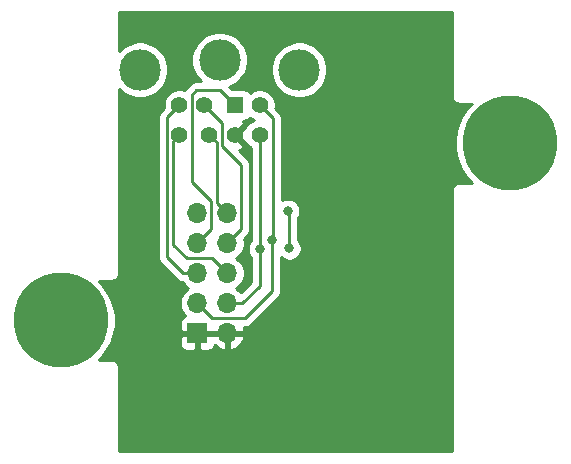
<source format=gbl>
%TF.GenerationSoftware,KiCad,Pcbnew,5.1.12-84ad8e8a86~92~ubuntu20.04.1*%
%TF.CreationDate,2021-12-07T00:05:06-06:00*%
%TF.ProjectId,portboard_mdd,706f7274-626f-4617-9264-5f726962626f,rev?*%
%TF.SameCoordinates,Original*%
%TF.FileFunction,Copper,L2,Bot*%
%TF.FilePolarity,Positive*%
%FSLAX46Y46*%
G04 Gerber Fmt 4.6, Leading zero omitted, Abs format (unit mm)*
G04 Created by KiCad (PCBNEW 5.1.12-84ad8e8a86~92~ubuntu20.04.1) date 2021-12-07 00:05:06*
%MOMM*%
%LPD*%
G01*
G04 APERTURE LIST*
%TA.AperFunction,ComponentPad*%
%ADD10C,8.000000*%
%TD*%
%TA.AperFunction,ComponentPad*%
%ADD11O,1.700000X1.700000*%
%TD*%
%TA.AperFunction,ComponentPad*%
%ADD12R,1.700000X1.700000*%
%TD*%
%TA.AperFunction,ComponentPad*%
%ADD13C,1.422400*%
%TD*%
%TA.AperFunction,ComponentPad*%
%ADD14R,1.422400X1.422400*%
%TD*%
%TA.AperFunction,ComponentPad*%
%ADD15C,3.500000*%
%TD*%
%TA.AperFunction,ViaPad*%
%ADD16C,0.800000*%
%TD*%
%TA.AperFunction,Conductor*%
%ADD17C,0.250000*%
%TD*%
%TA.AperFunction,Conductor*%
%ADD18C,0.254000*%
%TD*%
%TA.AperFunction,Conductor*%
%ADD19C,0.150000*%
%TD*%
G04 APERTURE END LIST*
D10*
%TO.P,H2,1*%
%TO.N,N/C*%
X86170300Y-32434000D03*
%TD*%
%TO.P,H1,1*%
%TO.N,N/C*%
X48141700Y-47434000D03*
%TD*%
D11*
%TO.P,J1,10*%
%TO.N,/GPi*%
X62230000Y-38354000D03*
%TO.P,J1,9*%
%TO.N,+5V*%
X59690000Y-38354000D03*
%TO.P,J1,8*%
%TO.N,/HSKi*%
X62230000Y-40894000D03*
%TO.P,J1,7*%
%TO.N,/HSKo*%
X59690000Y-40894000D03*
%TO.P,J1,6*%
%TO.N,/RXD+*%
X62230000Y-43434000D03*
%TO.P,J1,5*%
%TO.N,/RXD-*%
X59690000Y-43434000D03*
%TO.P,J1,4*%
%TO.N,/TXD+*%
X62230000Y-45974000D03*
%TO.P,J1,3*%
%TO.N,/TXD-*%
X59690000Y-45974000D03*
%TO.P,J1,2*%
%TO.N,GND*%
X62230000Y-48514000D03*
D12*
%TO.P,J1,1*%
X59690000Y-48514000D03*
%TD*%
D13*
%TO.P,J2,7*%
%TO.N,/GPi*%
X60681000Y-31700000D03*
%TO.P,J2,4*%
%TO.N,GND*%
X62881000Y-31700000D03*
%TO.P,J2,6*%
%TO.N,/TXD+*%
X64981000Y-31700000D03*
%TO.P,J2,8*%
%TO.N,/RXD+*%
X58181000Y-31700000D03*
%TO.P,J2,5*%
%TO.N,/RXD-*%
X58181000Y-29200000D03*
%TO.P,J2,3*%
%TO.N,/TXD-*%
X64981000Y-29200000D03*
D14*
%TO.P,J2,1*%
%TO.N,/HSKo*%
X62881000Y-29200000D03*
D13*
%TO.P,J2,2*%
%TO.N,/HSKi*%
X60281000Y-29200000D03*
D15*
%TO.P,J2,SH2*%
%TO.N,N/C*%
X61581000Y-25400000D03*
%TO.P,J2,SH3*%
X68331000Y-26200000D03*
%TO.P,J2,SH1*%
X54831000Y-26200000D03*
%TD*%
D16*
%TO.N,/GPi*%
X67500500Y-41338500D03*
X67373500Y-38163500D03*
%TO.N,/TXD-*%
X66017201Y-40656490D03*
%TO.N,/TXD+*%
X64981000Y-41381500D03*
%TD*%
D17*
%TO.N,/GPi*%
X61335489Y-32354489D02*
X60681000Y-31700000D01*
X62230000Y-38354000D02*
X61335489Y-37459489D01*
X61335489Y-37459489D02*
X61335489Y-32354489D01*
X67500500Y-38290500D02*
X67373500Y-38163500D01*
X67500500Y-41338500D02*
X67500500Y-38290500D01*
%TO.N,/HSKo*%
X59244799Y-28321701D02*
X59626500Y-27940000D01*
X61621000Y-27940000D02*
X62881000Y-29200000D01*
X59626500Y-27940000D02*
X61621000Y-27940000D01*
X59244799Y-29697377D02*
X59244799Y-28321701D01*
X59245500Y-35687000D02*
X59245500Y-29698078D01*
X60865001Y-37306501D02*
X59245500Y-35687000D01*
X60865001Y-39718999D02*
X60865001Y-37306501D01*
X59245500Y-29698078D02*
X59244799Y-29697377D01*
X59690000Y-40894000D02*
X60865001Y-39718999D01*
%TO.N,/HSKi*%
X61785500Y-30704500D02*
X60281000Y-29200000D01*
X63405001Y-34258501D02*
X61785500Y-32639000D01*
X63405001Y-39718999D02*
X63405001Y-34258501D01*
X61785500Y-32639000D02*
X61785500Y-30704500D01*
X62230000Y-40894000D02*
X63405001Y-39718999D01*
%TO.N,/RXD-*%
X59690000Y-43434000D02*
X58487919Y-43434000D01*
X58487919Y-43434000D02*
X57144799Y-42090880D01*
X57144799Y-42090880D02*
X57144799Y-30236201D01*
X57144799Y-30236201D02*
X58181000Y-29200000D01*
%TO.N,/RXD+*%
X57658000Y-32223000D02*
X58181000Y-31700000D01*
X57658000Y-41021000D02*
X57658000Y-32223000D01*
X58801000Y-42164000D02*
X57658000Y-41021000D01*
X60960000Y-42164000D02*
X58801000Y-42164000D01*
X62230000Y-43434000D02*
X60960000Y-42164000D01*
%TO.N,/TXD-*%
X66103500Y-40570191D02*
X66017201Y-40656490D01*
X66103500Y-30322500D02*
X66103500Y-40570191D01*
X64981000Y-29200000D02*
X66103500Y-30322500D01*
X66017201Y-44961300D02*
X66017201Y-40656490D01*
X63734501Y-47244000D02*
X66017201Y-44961300D01*
X60960000Y-47244000D02*
X63734501Y-47244000D01*
X59690000Y-45974000D02*
X60960000Y-47244000D01*
%TO.N,/TXD+*%
X64981000Y-44493000D02*
X64981000Y-31700000D01*
X63500000Y-45974000D02*
X64981000Y-44493000D01*
X62230000Y-45974000D02*
X63500000Y-45974000D01*
%TO.N,GND*%
X59690000Y-48514000D02*
X62230000Y-48514000D01*
%TD*%
D18*
%TO.N,GND*%
X81246000Y-28401581D02*
X81242807Y-28434000D01*
X81255550Y-28563383D01*
X81293290Y-28687793D01*
X81354575Y-28802450D01*
X81380271Y-28833760D01*
X81437052Y-28902948D01*
X81537550Y-28985425D01*
X81652207Y-29046710D01*
X81776617Y-29084450D01*
X81906000Y-29097193D01*
X81938419Y-29094000D01*
X82955420Y-29094000D01*
X82570060Y-29479360D01*
X82062816Y-30238504D01*
X81713420Y-31082020D01*
X81535300Y-31977492D01*
X81535300Y-32890508D01*
X81713420Y-33785980D01*
X82062816Y-34629496D01*
X82570060Y-35388640D01*
X82955420Y-35774000D01*
X81938419Y-35774000D01*
X81906000Y-35770807D01*
X81873581Y-35774000D01*
X81776617Y-35783550D01*
X81652207Y-35821290D01*
X81537550Y-35882575D01*
X81437052Y-35965052D01*
X81354575Y-36065550D01*
X81293290Y-36180207D01*
X81255550Y-36304617D01*
X81242807Y-36434000D01*
X81246001Y-36466429D01*
X81246000Y-58524000D01*
X53066000Y-58524000D01*
X53066000Y-51466419D01*
X53069193Y-51434000D01*
X53056450Y-51304617D01*
X53018710Y-51180207D01*
X52957425Y-51065550D01*
X52874948Y-50965052D01*
X52774450Y-50882575D01*
X52659793Y-50821290D01*
X52535383Y-50783550D01*
X52438419Y-50774000D01*
X52406000Y-50770807D01*
X52373581Y-50774000D01*
X51356580Y-50774000D01*
X51741940Y-50388640D01*
X52249184Y-49629496D01*
X52359156Y-49364000D01*
X58201928Y-49364000D01*
X58214188Y-49488482D01*
X58250498Y-49608180D01*
X58309463Y-49718494D01*
X58388815Y-49815185D01*
X58485506Y-49894537D01*
X58595820Y-49953502D01*
X58715518Y-49989812D01*
X58840000Y-50002072D01*
X59404250Y-49999000D01*
X59563000Y-49840250D01*
X59563000Y-48641000D01*
X59817000Y-48641000D01*
X59817000Y-49840250D01*
X59975750Y-49999000D01*
X60540000Y-50002072D01*
X60664482Y-49989812D01*
X60784180Y-49953502D01*
X60894494Y-49894537D01*
X60991185Y-49815185D01*
X61070537Y-49718494D01*
X61129502Y-49608180D01*
X61152498Y-49532374D01*
X61348645Y-49709178D01*
X61598748Y-49858157D01*
X61873109Y-49955481D01*
X62103000Y-49834814D01*
X62103000Y-48641000D01*
X62357000Y-48641000D01*
X62357000Y-49834814D01*
X62586891Y-49955481D01*
X62861252Y-49858157D01*
X63111355Y-49709178D01*
X63327588Y-49514269D01*
X63501641Y-49280920D01*
X63626825Y-49018099D01*
X63671476Y-48870890D01*
X63550155Y-48641000D01*
X62357000Y-48641000D01*
X62103000Y-48641000D01*
X59817000Y-48641000D01*
X59563000Y-48641000D01*
X58363750Y-48641000D01*
X58205000Y-48799750D01*
X58201928Y-49364000D01*
X52359156Y-49364000D01*
X52598580Y-48785980D01*
X52776700Y-47890508D01*
X52776700Y-46977492D01*
X52598580Y-46082020D01*
X52249184Y-45238504D01*
X51741940Y-44479360D01*
X51356580Y-44094000D01*
X52373581Y-44094000D01*
X52406000Y-44097193D01*
X52438419Y-44094000D01*
X52535383Y-44084450D01*
X52659793Y-44046710D01*
X52774450Y-43985425D01*
X52874948Y-43902948D01*
X52957425Y-43802450D01*
X53018710Y-43687793D01*
X53056450Y-43563383D01*
X53069193Y-43434000D01*
X53066000Y-43401581D01*
X53066000Y-30236201D01*
X56381123Y-30236201D01*
X56384800Y-30273533D01*
X56384799Y-42053558D01*
X56381123Y-42090880D01*
X56384799Y-42128202D01*
X56384799Y-42128212D01*
X56395796Y-42239865D01*
X56424268Y-42333726D01*
X56439253Y-42383126D01*
X56509825Y-42515156D01*
X56549670Y-42563706D01*
X56604798Y-42630881D01*
X56633802Y-42654684D01*
X57924120Y-43945003D01*
X57947918Y-43974001D01*
X57976916Y-43997799D01*
X58063643Y-44068974D01*
X58195672Y-44139546D01*
X58338933Y-44183003D01*
X58409091Y-44189913D01*
X58536525Y-44380632D01*
X58743368Y-44587475D01*
X58917760Y-44704000D01*
X58743368Y-44820525D01*
X58536525Y-45027368D01*
X58374010Y-45270589D01*
X58262068Y-45540842D01*
X58205000Y-45827740D01*
X58205000Y-46120260D01*
X58262068Y-46407158D01*
X58374010Y-46677411D01*
X58536525Y-46920632D01*
X58668380Y-47052487D01*
X58595820Y-47074498D01*
X58485506Y-47133463D01*
X58388815Y-47212815D01*
X58309463Y-47309506D01*
X58250498Y-47419820D01*
X58214188Y-47539518D01*
X58201928Y-47664000D01*
X58205000Y-48228250D01*
X58363750Y-48387000D01*
X59563000Y-48387000D01*
X59563000Y-48367000D01*
X59817000Y-48367000D01*
X59817000Y-48387000D01*
X62103000Y-48387000D01*
X62103000Y-48367000D01*
X62357000Y-48367000D01*
X62357000Y-48387000D01*
X63550155Y-48387000D01*
X63671476Y-48157110D01*
X63626825Y-48009901D01*
X63624014Y-48004000D01*
X63697179Y-48004000D01*
X63734501Y-48007676D01*
X63771823Y-48004000D01*
X63771834Y-48004000D01*
X63883487Y-47993003D01*
X64026748Y-47949546D01*
X64158777Y-47878974D01*
X64274502Y-47784001D01*
X64298305Y-47754997D01*
X66528205Y-45525098D01*
X66557202Y-45501301D01*
X66652175Y-45385576D01*
X66722747Y-45253547D01*
X66766204Y-45110286D01*
X66777201Y-44998633D01*
X66777201Y-44998624D01*
X66780877Y-44961301D01*
X66777201Y-44923978D01*
X66777201Y-42078912D01*
X66840726Y-42142437D01*
X67010244Y-42255705D01*
X67198602Y-42333726D01*
X67398561Y-42373500D01*
X67602439Y-42373500D01*
X67802398Y-42333726D01*
X67990756Y-42255705D01*
X68160274Y-42142437D01*
X68304437Y-41998274D01*
X68417705Y-41828756D01*
X68495726Y-41640398D01*
X68535500Y-41440439D01*
X68535500Y-41236561D01*
X68495726Y-41036602D01*
X68417705Y-40848244D01*
X68304437Y-40678726D01*
X68260500Y-40634789D01*
X68260500Y-38698961D01*
X68290705Y-38653756D01*
X68368726Y-38465398D01*
X68408500Y-38265439D01*
X68408500Y-38061561D01*
X68368726Y-37861602D01*
X68290705Y-37673244D01*
X68177437Y-37503726D01*
X68033274Y-37359563D01*
X67863756Y-37246295D01*
X67675398Y-37168274D01*
X67475439Y-37128500D01*
X67271561Y-37128500D01*
X67071602Y-37168274D01*
X66883244Y-37246295D01*
X66863500Y-37259487D01*
X66863500Y-30359825D01*
X66867176Y-30322500D01*
X66863500Y-30285175D01*
X66863500Y-30285167D01*
X66852503Y-30173514D01*
X66809046Y-30030253D01*
X66738474Y-29898224D01*
X66643501Y-29782499D01*
X66614504Y-29758702D01*
X66304170Y-29448369D01*
X66327200Y-29332589D01*
X66327200Y-29067411D01*
X66275467Y-28807328D01*
X66173987Y-28562335D01*
X66026662Y-28341847D01*
X65839153Y-28154338D01*
X65618665Y-28007013D01*
X65373672Y-27905533D01*
X65113589Y-27853800D01*
X64848411Y-27853800D01*
X64588328Y-27905533D01*
X64343335Y-28007013D01*
X64130656Y-28149120D01*
X64122737Y-28134306D01*
X64043385Y-28037615D01*
X63946694Y-27958263D01*
X63836380Y-27899298D01*
X63716682Y-27862988D01*
X63592200Y-27850728D01*
X62606529Y-27850728D01*
X62398632Y-27642831D01*
X62710721Y-27513560D01*
X63101349Y-27252550D01*
X63433550Y-26920349D01*
X63694560Y-26529721D01*
X63874346Y-26095679D01*
X63900320Y-25965098D01*
X65946000Y-25965098D01*
X65946000Y-26434902D01*
X66037654Y-26895679D01*
X66217440Y-27329721D01*
X66478450Y-27720349D01*
X66810651Y-28052550D01*
X67201279Y-28313560D01*
X67635321Y-28493346D01*
X68096098Y-28585000D01*
X68565902Y-28585000D01*
X69026679Y-28493346D01*
X69460721Y-28313560D01*
X69851349Y-28052550D01*
X70183550Y-27720349D01*
X70444560Y-27329721D01*
X70624346Y-26895679D01*
X70716000Y-26434902D01*
X70716000Y-25965098D01*
X70624346Y-25504321D01*
X70444560Y-25070279D01*
X70183550Y-24679651D01*
X69851349Y-24347450D01*
X69460721Y-24086440D01*
X69026679Y-23906654D01*
X68565902Y-23815000D01*
X68096098Y-23815000D01*
X67635321Y-23906654D01*
X67201279Y-24086440D01*
X66810651Y-24347450D01*
X66478450Y-24679651D01*
X66217440Y-25070279D01*
X66037654Y-25504321D01*
X65946000Y-25965098D01*
X63900320Y-25965098D01*
X63966000Y-25634902D01*
X63966000Y-25165098D01*
X63874346Y-24704321D01*
X63694560Y-24270279D01*
X63433550Y-23879651D01*
X63101349Y-23547450D01*
X62710721Y-23286440D01*
X62276679Y-23106654D01*
X61815902Y-23015000D01*
X61346098Y-23015000D01*
X60885321Y-23106654D01*
X60451279Y-23286440D01*
X60060651Y-23547450D01*
X59728450Y-23879651D01*
X59467440Y-24270279D01*
X59287654Y-24704321D01*
X59196000Y-25165098D01*
X59196000Y-25634902D01*
X59287654Y-26095679D01*
X59467440Y-26529721D01*
X59728450Y-26920349D01*
X59988101Y-27180000D01*
X59663825Y-27180000D01*
X59626500Y-27176324D01*
X59589175Y-27180000D01*
X59589167Y-27180000D01*
X59477514Y-27190997D01*
X59334253Y-27234454D01*
X59202224Y-27305026D01*
X59086499Y-27399999D01*
X59062696Y-27429003D01*
X58733797Y-27757902D01*
X58704799Y-27781700D01*
X58681001Y-27810698D01*
X58681000Y-27810699D01*
X58609825Y-27897425D01*
X58599723Y-27916324D01*
X58573672Y-27905533D01*
X58313589Y-27853800D01*
X58048411Y-27853800D01*
X57788328Y-27905533D01*
X57543335Y-28007013D01*
X57322847Y-28154338D01*
X57135338Y-28341847D01*
X56988013Y-28562335D01*
X56886533Y-28807328D01*
X56834800Y-29067411D01*
X56834800Y-29332589D01*
X56857830Y-29448369D01*
X56633797Y-29672402D01*
X56604799Y-29696200D01*
X56581001Y-29725198D01*
X56581000Y-29725199D01*
X56509825Y-29811925D01*
X56439253Y-29943955D01*
X56395797Y-30087216D01*
X56381123Y-30236201D01*
X53066000Y-30236201D01*
X53066000Y-27807899D01*
X53310651Y-28052550D01*
X53701279Y-28313560D01*
X54135321Y-28493346D01*
X54596098Y-28585000D01*
X55065902Y-28585000D01*
X55526679Y-28493346D01*
X55960721Y-28313560D01*
X56351349Y-28052550D01*
X56683550Y-27720349D01*
X56944560Y-27329721D01*
X57124346Y-26895679D01*
X57216000Y-26434902D01*
X57216000Y-25965098D01*
X57124346Y-25504321D01*
X56944560Y-25070279D01*
X56683550Y-24679651D01*
X56351349Y-24347450D01*
X55960721Y-24086440D01*
X55526679Y-23906654D01*
X55065902Y-23815000D01*
X54596098Y-23815000D01*
X54135321Y-23906654D01*
X53701279Y-24086440D01*
X53310651Y-24347450D01*
X53066000Y-24592101D01*
X53066000Y-21344000D01*
X81246001Y-21344000D01*
X81246000Y-28401581D01*
%TA.AperFunction,Conductor*%
D19*
G36*
X81246000Y-28401581D02*
G01*
X81242807Y-28434000D01*
X81255550Y-28563383D01*
X81293290Y-28687793D01*
X81354575Y-28802450D01*
X81380271Y-28833760D01*
X81437052Y-28902948D01*
X81537550Y-28985425D01*
X81652207Y-29046710D01*
X81776617Y-29084450D01*
X81906000Y-29097193D01*
X81938419Y-29094000D01*
X82955420Y-29094000D01*
X82570060Y-29479360D01*
X82062816Y-30238504D01*
X81713420Y-31082020D01*
X81535300Y-31977492D01*
X81535300Y-32890508D01*
X81713420Y-33785980D01*
X82062816Y-34629496D01*
X82570060Y-35388640D01*
X82955420Y-35774000D01*
X81938419Y-35774000D01*
X81906000Y-35770807D01*
X81873581Y-35774000D01*
X81776617Y-35783550D01*
X81652207Y-35821290D01*
X81537550Y-35882575D01*
X81437052Y-35965052D01*
X81354575Y-36065550D01*
X81293290Y-36180207D01*
X81255550Y-36304617D01*
X81242807Y-36434000D01*
X81246001Y-36466429D01*
X81246000Y-58524000D01*
X53066000Y-58524000D01*
X53066000Y-51466419D01*
X53069193Y-51434000D01*
X53056450Y-51304617D01*
X53018710Y-51180207D01*
X52957425Y-51065550D01*
X52874948Y-50965052D01*
X52774450Y-50882575D01*
X52659793Y-50821290D01*
X52535383Y-50783550D01*
X52438419Y-50774000D01*
X52406000Y-50770807D01*
X52373581Y-50774000D01*
X51356580Y-50774000D01*
X51741940Y-50388640D01*
X52249184Y-49629496D01*
X52359156Y-49364000D01*
X58201928Y-49364000D01*
X58214188Y-49488482D01*
X58250498Y-49608180D01*
X58309463Y-49718494D01*
X58388815Y-49815185D01*
X58485506Y-49894537D01*
X58595820Y-49953502D01*
X58715518Y-49989812D01*
X58840000Y-50002072D01*
X59404250Y-49999000D01*
X59563000Y-49840250D01*
X59563000Y-48641000D01*
X59817000Y-48641000D01*
X59817000Y-49840250D01*
X59975750Y-49999000D01*
X60540000Y-50002072D01*
X60664482Y-49989812D01*
X60784180Y-49953502D01*
X60894494Y-49894537D01*
X60991185Y-49815185D01*
X61070537Y-49718494D01*
X61129502Y-49608180D01*
X61152498Y-49532374D01*
X61348645Y-49709178D01*
X61598748Y-49858157D01*
X61873109Y-49955481D01*
X62103000Y-49834814D01*
X62103000Y-48641000D01*
X62357000Y-48641000D01*
X62357000Y-49834814D01*
X62586891Y-49955481D01*
X62861252Y-49858157D01*
X63111355Y-49709178D01*
X63327588Y-49514269D01*
X63501641Y-49280920D01*
X63626825Y-49018099D01*
X63671476Y-48870890D01*
X63550155Y-48641000D01*
X62357000Y-48641000D01*
X62103000Y-48641000D01*
X59817000Y-48641000D01*
X59563000Y-48641000D01*
X58363750Y-48641000D01*
X58205000Y-48799750D01*
X58201928Y-49364000D01*
X52359156Y-49364000D01*
X52598580Y-48785980D01*
X52776700Y-47890508D01*
X52776700Y-46977492D01*
X52598580Y-46082020D01*
X52249184Y-45238504D01*
X51741940Y-44479360D01*
X51356580Y-44094000D01*
X52373581Y-44094000D01*
X52406000Y-44097193D01*
X52438419Y-44094000D01*
X52535383Y-44084450D01*
X52659793Y-44046710D01*
X52774450Y-43985425D01*
X52874948Y-43902948D01*
X52957425Y-43802450D01*
X53018710Y-43687793D01*
X53056450Y-43563383D01*
X53069193Y-43434000D01*
X53066000Y-43401581D01*
X53066000Y-30236201D01*
X56381123Y-30236201D01*
X56384800Y-30273533D01*
X56384799Y-42053558D01*
X56381123Y-42090880D01*
X56384799Y-42128202D01*
X56384799Y-42128212D01*
X56395796Y-42239865D01*
X56424268Y-42333726D01*
X56439253Y-42383126D01*
X56509825Y-42515156D01*
X56549670Y-42563706D01*
X56604798Y-42630881D01*
X56633802Y-42654684D01*
X57924120Y-43945003D01*
X57947918Y-43974001D01*
X57976916Y-43997799D01*
X58063643Y-44068974D01*
X58195672Y-44139546D01*
X58338933Y-44183003D01*
X58409091Y-44189913D01*
X58536525Y-44380632D01*
X58743368Y-44587475D01*
X58917760Y-44704000D01*
X58743368Y-44820525D01*
X58536525Y-45027368D01*
X58374010Y-45270589D01*
X58262068Y-45540842D01*
X58205000Y-45827740D01*
X58205000Y-46120260D01*
X58262068Y-46407158D01*
X58374010Y-46677411D01*
X58536525Y-46920632D01*
X58668380Y-47052487D01*
X58595820Y-47074498D01*
X58485506Y-47133463D01*
X58388815Y-47212815D01*
X58309463Y-47309506D01*
X58250498Y-47419820D01*
X58214188Y-47539518D01*
X58201928Y-47664000D01*
X58205000Y-48228250D01*
X58363750Y-48387000D01*
X59563000Y-48387000D01*
X59563000Y-48367000D01*
X59817000Y-48367000D01*
X59817000Y-48387000D01*
X62103000Y-48387000D01*
X62103000Y-48367000D01*
X62357000Y-48367000D01*
X62357000Y-48387000D01*
X63550155Y-48387000D01*
X63671476Y-48157110D01*
X63626825Y-48009901D01*
X63624014Y-48004000D01*
X63697179Y-48004000D01*
X63734501Y-48007676D01*
X63771823Y-48004000D01*
X63771834Y-48004000D01*
X63883487Y-47993003D01*
X64026748Y-47949546D01*
X64158777Y-47878974D01*
X64274502Y-47784001D01*
X64298305Y-47754997D01*
X66528205Y-45525098D01*
X66557202Y-45501301D01*
X66652175Y-45385576D01*
X66722747Y-45253547D01*
X66766204Y-45110286D01*
X66777201Y-44998633D01*
X66777201Y-44998624D01*
X66780877Y-44961301D01*
X66777201Y-44923978D01*
X66777201Y-42078912D01*
X66840726Y-42142437D01*
X67010244Y-42255705D01*
X67198602Y-42333726D01*
X67398561Y-42373500D01*
X67602439Y-42373500D01*
X67802398Y-42333726D01*
X67990756Y-42255705D01*
X68160274Y-42142437D01*
X68304437Y-41998274D01*
X68417705Y-41828756D01*
X68495726Y-41640398D01*
X68535500Y-41440439D01*
X68535500Y-41236561D01*
X68495726Y-41036602D01*
X68417705Y-40848244D01*
X68304437Y-40678726D01*
X68260500Y-40634789D01*
X68260500Y-38698961D01*
X68290705Y-38653756D01*
X68368726Y-38465398D01*
X68408500Y-38265439D01*
X68408500Y-38061561D01*
X68368726Y-37861602D01*
X68290705Y-37673244D01*
X68177437Y-37503726D01*
X68033274Y-37359563D01*
X67863756Y-37246295D01*
X67675398Y-37168274D01*
X67475439Y-37128500D01*
X67271561Y-37128500D01*
X67071602Y-37168274D01*
X66883244Y-37246295D01*
X66863500Y-37259487D01*
X66863500Y-30359825D01*
X66867176Y-30322500D01*
X66863500Y-30285175D01*
X66863500Y-30285167D01*
X66852503Y-30173514D01*
X66809046Y-30030253D01*
X66738474Y-29898224D01*
X66643501Y-29782499D01*
X66614504Y-29758702D01*
X66304170Y-29448369D01*
X66327200Y-29332589D01*
X66327200Y-29067411D01*
X66275467Y-28807328D01*
X66173987Y-28562335D01*
X66026662Y-28341847D01*
X65839153Y-28154338D01*
X65618665Y-28007013D01*
X65373672Y-27905533D01*
X65113589Y-27853800D01*
X64848411Y-27853800D01*
X64588328Y-27905533D01*
X64343335Y-28007013D01*
X64130656Y-28149120D01*
X64122737Y-28134306D01*
X64043385Y-28037615D01*
X63946694Y-27958263D01*
X63836380Y-27899298D01*
X63716682Y-27862988D01*
X63592200Y-27850728D01*
X62606529Y-27850728D01*
X62398632Y-27642831D01*
X62710721Y-27513560D01*
X63101349Y-27252550D01*
X63433550Y-26920349D01*
X63694560Y-26529721D01*
X63874346Y-26095679D01*
X63900320Y-25965098D01*
X65946000Y-25965098D01*
X65946000Y-26434902D01*
X66037654Y-26895679D01*
X66217440Y-27329721D01*
X66478450Y-27720349D01*
X66810651Y-28052550D01*
X67201279Y-28313560D01*
X67635321Y-28493346D01*
X68096098Y-28585000D01*
X68565902Y-28585000D01*
X69026679Y-28493346D01*
X69460721Y-28313560D01*
X69851349Y-28052550D01*
X70183550Y-27720349D01*
X70444560Y-27329721D01*
X70624346Y-26895679D01*
X70716000Y-26434902D01*
X70716000Y-25965098D01*
X70624346Y-25504321D01*
X70444560Y-25070279D01*
X70183550Y-24679651D01*
X69851349Y-24347450D01*
X69460721Y-24086440D01*
X69026679Y-23906654D01*
X68565902Y-23815000D01*
X68096098Y-23815000D01*
X67635321Y-23906654D01*
X67201279Y-24086440D01*
X66810651Y-24347450D01*
X66478450Y-24679651D01*
X66217440Y-25070279D01*
X66037654Y-25504321D01*
X65946000Y-25965098D01*
X63900320Y-25965098D01*
X63966000Y-25634902D01*
X63966000Y-25165098D01*
X63874346Y-24704321D01*
X63694560Y-24270279D01*
X63433550Y-23879651D01*
X63101349Y-23547450D01*
X62710721Y-23286440D01*
X62276679Y-23106654D01*
X61815902Y-23015000D01*
X61346098Y-23015000D01*
X60885321Y-23106654D01*
X60451279Y-23286440D01*
X60060651Y-23547450D01*
X59728450Y-23879651D01*
X59467440Y-24270279D01*
X59287654Y-24704321D01*
X59196000Y-25165098D01*
X59196000Y-25634902D01*
X59287654Y-26095679D01*
X59467440Y-26529721D01*
X59728450Y-26920349D01*
X59988101Y-27180000D01*
X59663825Y-27180000D01*
X59626500Y-27176324D01*
X59589175Y-27180000D01*
X59589167Y-27180000D01*
X59477514Y-27190997D01*
X59334253Y-27234454D01*
X59202224Y-27305026D01*
X59086499Y-27399999D01*
X59062696Y-27429003D01*
X58733797Y-27757902D01*
X58704799Y-27781700D01*
X58681001Y-27810698D01*
X58681000Y-27810699D01*
X58609825Y-27897425D01*
X58599723Y-27916324D01*
X58573672Y-27905533D01*
X58313589Y-27853800D01*
X58048411Y-27853800D01*
X57788328Y-27905533D01*
X57543335Y-28007013D01*
X57322847Y-28154338D01*
X57135338Y-28341847D01*
X56988013Y-28562335D01*
X56886533Y-28807328D01*
X56834800Y-29067411D01*
X56834800Y-29332589D01*
X56857830Y-29448369D01*
X56633797Y-29672402D01*
X56604799Y-29696200D01*
X56581001Y-29725198D01*
X56581000Y-29725199D01*
X56509825Y-29811925D01*
X56439253Y-29943955D01*
X56395797Y-30087216D01*
X56381123Y-30236201D01*
X53066000Y-30236201D01*
X53066000Y-27807899D01*
X53310651Y-28052550D01*
X53701279Y-28313560D01*
X54135321Y-28493346D01*
X54596098Y-28585000D01*
X55065902Y-28585000D01*
X55526679Y-28493346D01*
X55960721Y-28313560D01*
X56351349Y-28052550D01*
X56683550Y-27720349D01*
X56944560Y-27329721D01*
X57124346Y-26895679D01*
X57216000Y-26434902D01*
X57216000Y-25965098D01*
X57124346Y-25504321D01*
X56944560Y-25070279D01*
X56683550Y-24679651D01*
X56351349Y-24347450D01*
X55960721Y-24086440D01*
X55526679Y-23906654D01*
X55065902Y-23815000D01*
X54596098Y-23815000D01*
X54135321Y-23906654D01*
X53701279Y-24086440D01*
X53310651Y-24347450D01*
X53066000Y-24592101D01*
X53066000Y-21344000D01*
X81246001Y-21344000D01*
X81246000Y-28401581D01*
G37*
%TD.AperFunction*%
D18*
X64343335Y-30392987D02*
X64480976Y-30450000D01*
X64343335Y-30507013D01*
X64122847Y-30654338D01*
X63935338Y-30841847D01*
X63855097Y-30961937D01*
X63810273Y-30950332D01*
X63060605Y-31700000D01*
X63810273Y-32449668D01*
X63855097Y-32438063D01*
X63935338Y-32558153D01*
X64122847Y-32745662D01*
X64221001Y-32811246D01*
X64221000Y-40677789D01*
X64177063Y-40721726D01*
X64063795Y-40891244D01*
X63985774Y-41079602D01*
X63946000Y-41279561D01*
X63946000Y-41483439D01*
X63985774Y-41683398D01*
X64063795Y-41871756D01*
X64177063Y-42041274D01*
X64221000Y-42085211D01*
X64221000Y-44178198D01*
X63377653Y-45021546D01*
X63176632Y-44820525D01*
X63002240Y-44704000D01*
X63176632Y-44587475D01*
X63383475Y-44380632D01*
X63545990Y-44137411D01*
X63657932Y-43867158D01*
X63715000Y-43580260D01*
X63715000Y-43287740D01*
X63657932Y-43000842D01*
X63545990Y-42730589D01*
X63383475Y-42487368D01*
X63176632Y-42280525D01*
X63002240Y-42164000D01*
X63176632Y-42047475D01*
X63383475Y-41840632D01*
X63545990Y-41597411D01*
X63657932Y-41327158D01*
X63715000Y-41040260D01*
X63715000Y-40747740D01*
X63671210Y-40527592D01*
X63916005Y-40282797D01*
X63945002Y-40259000D01*
X64039975Y-40143275D01*
X64110547Y-40011246D01*
X64154004Y-39867985D01*
X64165001Y-39756332D01*
X64165001Y-39756323D01*
X64168677Y-39719000D01*
X64165001Y-39681677D01*
X64165001Y-34295823D01*
X64168677Y-34258500D01*
X64165001Y-34221177D01*
X64165001Y-34221168D01*
X64154004Y-34109515D01*
X64110547Y-33966254D01*
X64039975Y-33834225D01*
X63945002Y-33718500D01*
X63916004Y-33694702D01*
X63227727Y-33006425D01*
X63466280Y-32919542D01*
X63569848Y-32864183D01*
X63630668Y-32629273D01*
X62881000Y-31879605D01*
X62866858Y-31893748D01*
X62687253Y-31714143D01*
X62701395Y-31700000D01*
X62687253Y-31685858D01*
X62866858Y-31506253D01*
X62881000Y-31520395D01*
X63630668Y-30770727D01*
X63573332Y-30549272D01*
X63592200Y-30549272D01*
X63716682Y-30537012D01*
X63836380Y-30500702D01*
X63946694Y-30441737D01*
X64043385Y-30362385D01*
X64122737Y-30265694D01*
X64130656Y-30250880D01*
X64343335Y-30392987D01*
%TA.AperFunction,Conductor*%
D19*
G36*
X64343335Y-30392987D02*
G01*
X64480976Y-30450000D01*
X64343335Y-30507013D01*
X64122847Y-30654338D01*
X63935338Y-30841847D01*
X63855097Y-30961937D01*
X63810273Y-30950332D01*
X63060605Y-31700000D01*
X63810273Y-32449668D01*
X63855097Y-32438063D01*
X63935338Y-32558153D01*
X64122847Y-32745662D01*
X64221001Y-32811246D01*
X64221000Y-40677789D01*
X64177063Y-40721726D01*
X64063795Y-40891244D01*
X63985774Y-41079602D01*
X63946000Y-41279561D01*
X63946000Y-41483439D01*
X63985774Y-41683398D01*
X64063795Y-41871756D01*
X64177063Y-42041274D01*
X64221000Y-42085211D01*
X64221000Y-44178198D01*
X63377653Y-45021546D01*
X63176632Y-44820525D01*
X63002240Y-44704000D01*
X63176632Y-44587475D01*
X63383475Y-44380632D01*
X63545990Y-44137411D01*
X63657932Y-43867158D01*
X63715000Y-43580260D01*
X63715000Y-43287740D01*
X63657932Y-43000842D01*
X63545990Y-42730589D01*
X63383475Y-42487368D01*
X63176632Y-42280525D01*
X63002240Y-42164000D01*
X63176632Y-42047475D01*
X63383475Y-41840632D01*
X63545990Y-41597411D01*
X63657932Y-41327158D01*
X63715000Y-41040260D01*
X63715000Y-40747740D01*
X63671210Y-40527592D01*
X63916005Y-40282797D01*
X63945002Y-40259000D01*
X64039975Y-40143275D01*
X64110547Y-40011246D01*
X64154004Y-39867985D01*
X64165001Y-39756332D01*
X64165001Y-39756323D01*
X64168677Y-39719000D01*
X64165001Y-39681677D01*
X64165001Y-34295823D01*
X64168677Y-34258500D01*
X64165001Y-34221177D01*
X64165001Y-34221168D01*
X64154004Y-34109515D01*
X64110547Y-33966254D01*
X64039975Y-33834225D01*
X63945002Y-33718500D01*
X63916004Y-33694702D01*
X63227727Y-33006425D01*
X63466280Y-32919542D01*
X63569848Y-32864183D01*
X63630668Y-32629273D01*
X62881000Y-31879605D01*
X62866858Y-31893748D01*
X62687253Y-31714143D01*
X62701395Y-31700000D01*
X62687253Y-31685858D01*
X62866858Y-31506253D01*
X62881000Y-31520395D01*
X63630668Y-30770727D01*
X63573332Y-30549272D01*
X63592200Y-30549272D01*
X63716682Y-30537012D01*
X63836380Y-30500702D01*
X63946694Y-30441737D01*
X64043385Y-30362385D01*
X64122737Y-30265694D01*
X64130656Y-30250880D01*
X64343335Y-30392987D01*
G37*
%TD.AperFunction*%
%TD*%
M02*

</source>
